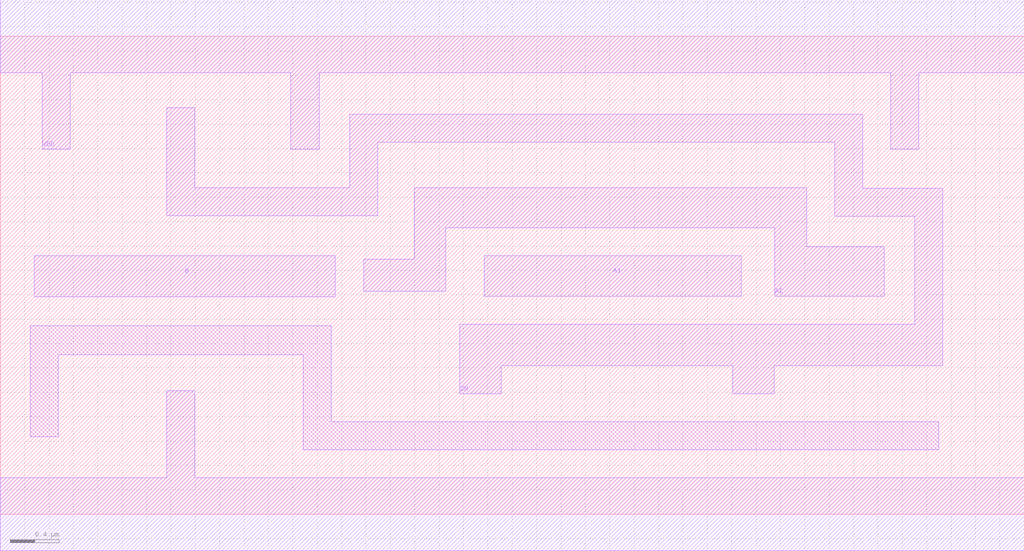
<source format=lef>
# Copyright 2022 GlobalFoundries PDK Authors
#
# Licensed under the Apache License, Version 2.0 (the "License");
# you may not use this file except in compliance with the License.
# You may obtain a copy of the License at
#
#      http://www.apache.org/licenses/LICENSE-2.0
#
# Unless required by applicable law or agreed to in writing, software
# distributed under the License is distributed on an "AS IS" BASIS,
# WITHOUT WARRANTIES OR CONDITIONS OF ANY KIND, either express or implied.
# See the License for the specific language governing permissions and
# limitations under the License.

MACRO gf180mcu_fd_sc_mcu7t5v0__oai21_2
  CLASS core ;
  FOREIGN gf180mcu_fd_sc_mcu7t5v0__oai21_2 0.0 0.0 ;
  ORIGIN 0 0 ;
  SYMMETRY X Y ;
  SITE GF018hv5v_mcu_sc7 ;
  SIZE 8.4 BY 3.92 ;
  PIN A1
    DIRECTION INPUT ;
    ANTENNAGATEAREA 2.079 ;
    PORT
      LAYER METAL1 ;
        POLYGON 3.97 1.79 6.08 1.79 6.08 2.12 3.97 2.12  ;
    END
  END A1
  PIN A2
    DIRECTION INPUT ;
    ANTENNAGATEAREA 2.079 ;
    PORT
      LAYER METAL1 ;
        POLYGON 2.98 1.83 3.655 1.83 3.655 2.35 6.355 2.35 6.355 1.79 7.25 1.79 7.25 2.195 6.615 2.195 6.615 2.68 3.395 2.68 3.395 2.09 2.98 2.09  ;
    END
  END A2
  PIN B
    DIRECTION INPUT ;
    ANTENNAGATEAREA 1.939 ;
    PORT
      LAYER METAL1 ;
        POLYGON 0.28 1.785 2.75 1.785 2.75 2.12 0.28 2.12  ;
    END
  END B
  PIN ZN
    DIRECTION OUTPUT ;
    ANTENNADIFFAREA 2.3096 ;
    PORT
      LAYER METAL1 ;
        POLYGON 1.365 2.45 3.095 2.45 3.095 3.05 6.845 3.05 6.845 2.445 7.5 2.445 7.5 1.56 3.77 1.56 3.77 0.99 4.11 0.99 4.11 1.22 6.01 1.22 6.01 0.99 6.35 0.99 6.35 1.22 7.7 1.22 7.73 1.22 7.73 2.675 7.7 2.675 7.075 2.675 7.075 3.28 2.865 3.28 2.865 2.68 1.595 2.68 1.595 3.335 1.365 3.335  ;
    END
  END ZN
  PIN VDD
    DIRECTION INOUT ;
    USE power ;
    SHAPE ABUTMENT ;
    PORT
      LAYER METAL1 ;
        POLYGON 0 3.62 0.345 3.62 0.345 2.995 0.575 2.995 0.575 3.62 2.385 3.62 2.385 2.995 2.615 2.995 2.615 3.62 7.305 3.62 7.305 2.995 7.535 2.995 7.535 3.62 7.7 3.62 8.4 3.62 8.4 4.22 7.7 4.22 0 4.22  ;
    END
  END VDD
  PIN VSS
    DIRECTION INOUT ;
    USE ground ;
    SHAPE ABUTMENT ;
    PORT
      LAYER METAL1 ;
        POLYGON 0 -0.3 8.4 -0.3 8.4 0.3 1.595 0.3 1.595 1.015 1.365 1.015 1.365 0.3 0 0.3  ;
    END
  END VSS
  OBS
      LAYER METAL1 ;
        POLYGON 0.245 0.635 0.475 0.635 0.475 1.31 2.485 1.31 2.485 0.53 7.7 0.53 7.7 0.76 2.715 0.76 2.715 1.545 0.245 1.545  ;
  END
END gf180mcu_fd_sc_mcu7t5v0__oai21_2

</source>
